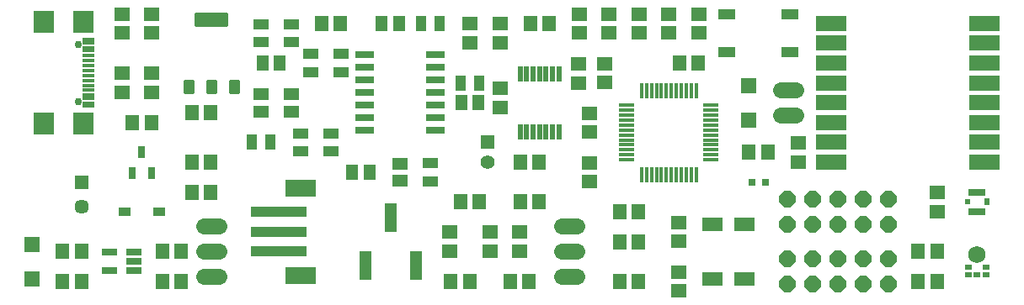
<source format=gbr>
G04 EAGLE Gerber RS-274X export*
G75*
%MOMM*%
%FSLAX34Y34*%
%LPD*%
%INSoldermask Top*%
%IPPOS*%
%AMOC8*
5,1,8,0,0,1.08239X$1,22.5*%
G01*
G04 Define Apertures*
%ADD10R,1.251600X0.401600*%
%ADD11C,0.751600*%
%ADD12R,2.101600X2.281600*%
%ADD13R,1.601600X1.401600*%
%ADD14R,1.501600X0.701600*%
%ADD15R,1.401600X1.601600*%
%ADD16C,0.237266*%
%ADD17C,0.296434*%
%ADD18R,1.251600X0.901600*%
%ADD19R,0.751600X1.201600*%
%ADD20R,1.601600X1.601600*%
%ADD21R,1.801600X1.101600*%
%ADD22R,2.001600X1.401600*%
%ADD23R,0.401600X1.576600*%
%ADD24R,1.576600X0.401600*%
%ADD25P,1.75953X8X22.5*%
%ADD26R,3.101600X1.501600*%
%ADD27R,0.601600X0.701600*%
%ADD28R,1.681600X0.681600*%
%ADD29R,0.601600X0.601600*%
%ADD30R,0.551600X1.576600*%
%ADD31R,1.291600X2.891600*%
%ADD32C,1.401600*%
%ADD33R,1.401600X1.401600*%
%ADD34R,0.701600X0.623600*%
%ADD35C,1.726600*%
%ADD36R,1.566900X1.266200*%
%ADD37R,1.266200X1.566900*%
%ADD38R,1.521800X1.132800*%
%ADD39R,1.132800X1.521800*%
%ADD40R,1.926600X0.801600*%
%ADD41R,5.601600X1.101600*%
%ADD42R,3.101600X1.701600*%
%ADD43C,1.625600*%
%ADD44R,0.751600X0.801600*%
%ADD45R,1.451600X1.451600*%
%ADD46C,1.451600*%
D10*
X76780Y263500D03*
X76780Y255500D03*
X76780Y242500D03*
X76780Y232500D03*
X76780Y227500D03*
X76780Y217500D03*
X76780Y204500D03*
X76780Y196500D03*
X76780Y199500D03*
X76780Y207500D03*
X76780Y212500D03*
X76780Y222500D03*
X76780Y237500D03*
X76780Y247500D03*
X76780Y252500D03*
X76780Y260500D03*
D11*
X66030Y258900D03*
X66030Y201100D03*
D12*
X31730Y281100D03*
X31730Y178900D03*
X71030Y281100D03*
X71030Y178900D03*
D13*
X110000Y229500D03*
X110000Y210500D03*
X110000Y270500D03*
X110000Y289500D03*
D14*
X122500Y30500D03*
X122500Y40000D03*
X122500Y49500D03*
X97500Y49500D03*
X97500Y30500D03*
D15*
X150500Y50000D03*
X169500Y50000D03*
D13*
X140000Y270500D03*
X140000Y289500D03*
D16*
X181072Y222422D02*
X181072Y210678D01*
X173128Y210678D01*
X173128Y222422D01*
X181072Y222422D01*
X181072Y212932D02*
X173128Y212932D01*
X173128Y215186D02*
X181072Y215186D01*
X181072Y217440D02*
X173128Y217440D01*
X173128Y219694D02*
X181072Y219694D01*
X181072Y221948D02*
X173128Y221948D01*
X203972Y222422D02*
X203972Y210678D01*
X196028Y210678D01*
X196028Y222422D01*
X203972Y222422D01*
X203972Y212932D02*
X196028Y212932D01*
X196028Y215186D02*
X203972Y215186D01*
X203972Y217440D02*
X196028Y217440D01*
X196028Y219694D02*
X203972Y219694D01*
X203972Y221948D02*
X196028Y221948D01*
X226872Y222422D02*
X226872Y210678D01*
X218928Y210678D01*
X218928Y222422D01*
X226872Y222422D01*
X226872Y212932D02*
X218928Y212932D01*
X218928Y215186D02*
X226872Y215186D01*
X226872Y217440D02*
X218928Y217440D01*
X218928Y219694D02*
X226872Y219694D01*
X226872Y221948D02*
X218928Y221948D01*
D17*
X215226Y277874D02*
X215226Y289026D01*
X215226Y277874D02*
X184774Y277874D01*
X184774Y289026D01*
X215226Y289026D01*
X215226Y280690D02*
X184774Y280690D01*
X184774Y283506D02*
X215226Y283506D01*
X215226Y286322D02*
X184774Y286322D01*
D15*
X199500Y110000D03*
X180500Y110000D03*
D18*
X147500Y90000D03*
X112500Y90000D03*
D19*
X120400Y129500D03*
X139600Y129500D03*
X130000Y150500D03*
D15*
X139500Y180000D03*
X120500Y180000D03*
D20*
X20000Y22500D03*
X20000Y57500D03*
D15*
X69500Y50000D03*
X50500Y50000D03*
X50500Y20000D03*
X69500Y20000D03*
D21*
X718500Y289000D03*
X781500Y289000D03*
X718500Y251000D03*
X781500Y251000D03*
D13*
X660000Y289500D03*
X660000Y270500D03*
D22*
X704000Y77500D03*
X704000Y22500D03*
X736000Y22500D03*
X736000Y77500D03*
D23*
X632500Y127620D03*
X637500Y127620D03*
X642500Y127620D03*
X647500Y127620D03*
X652500Y127620D03*
X657500Y127620D03*
X662500Y127620D03*
X667500Y127620D03*
X672500Y127620D03*
X677500Y127620D03*
X682500Y127620D03*
X687500Y127620D03*
D24*
X702380Y142500D03*
X702380Y147500D03*
X702380Y152500D03*
X702380Y157500D03*
X702380Y162500D03*
X702380Y167500D03*
X702380Y172500D03*
X702380Y177500D03*
X702380Y182500D03*
X702380Y187500D03*
X702380Y192500D03*
X702380Y197500D03*
D23*
X687500Y212380D03*
X682500Y212380D03*
X677500Y212380D03*
X672500Y212380D03*
X667500Y212380D03*
X662500Y212380D03*
X657500Y212380D03*
X652500Y212380D03*
X647500Y212380D03*
X642500Y212380D03*
X637500Y212380D03*
X632500Y212380D03*
D24*
X617620Y197500D03*
X617620Y192500D03*
X617620Y187500D03*
X617620Y182500D03*
X617620Y177500D03*
X617620Y172500D03*
X617620Y167500D03*
X617620Y162500D03*
X617620Y157500D03*
X617620Y152500D03*
X617620Y147500D03*
X617620Y142500D03*
D13*
X580000Y189500D03*
X580000Y170500D03*
X670000Y29500D03*
X670000Y10500D03*
X670000Y60500D03*
X670000Y79500D03*
X580000Y139500D03*
X580000Y120500D03*
X790000Y159500D03*
X790000Y140500D03*
D25*
X779200Y77300D03*
X779200Y102700D03*
X804600Y77300D03*
X804600Y102700D03*
X830000Y77300D03*
X830000Y102700D03*
X855400Y77300D03*
X855400Y102700D03*
X880800Y77300D03*
X880800Y102700D03*
D26*
X823000Y280000D03*
X823000Y260000D03*
X823000Y240000D03*
X823000Y220000D03*
X823000Y200000D03*
X823000Y180000D03*
X823000Y160000D03*
X823000Y140000D03*
X977000Y140000D03*
X977000Y160000D03*
X977000Y180000D03*
X977000Y200000D03*
X977000Y220000D03*
X977000Y240000D03*
X977000Y260000D03*
X977000Y280000D03*
D27*
X980000Y100000D03*
D28*
X970000Y109600D03*
D29*
X960000Y100000D03*
D28*
X970000Y90400D03*
D13*
X930000Y90500D03*
X930000Y109500D03*
D15*
X519500Y20000D03*
X500500Y20000D03*
D13*
X440000Y50500D03*
X440000Y69500D03*
D15*
X459500Y20000D03*
X440500Y20000D03*
D13*
X480000Y50500D03*
X480000Y69500D03*
X510000Y50500D03*
X510000Y69500D03*
D30*
X510500Y170620D03*
X517000Y170620D03*
X523500Y170620D03*
X530000Y170620D03*
X536500Y170620D03*
X543000Y170620D03*
X549500Y170620D03*
X549500Y229380D03*
X543000Y229380D03*
X536500Y229380D03*
X530000Y229380D03*
X523500Y229380D03*
X517000Y229380D03*
X510500Y229380D03*
D31*
X354600Y35850D03*
X380000Y84150D03*
X405400Y35850D03*
D15*
X469500Y100000D03*
X450500Y100000D03*
D32*
X477500Y140000D03*
D33*
X477500Y160000D03*
D15*
X520500Y280000D03*
X539500Y280000D03*
D13*
X490000Y279500D03*
X490000Y260500D03*
X570000Y289500D03*
X570000Y270500D03*
X595000Y239500D03*
X595000Y220500D03*
X460000Y260500D03*
X460000Y279500D03*
D15*
X529500Y100000D03*
X510500Y100000D03*
X529500Y140000D03*
X510500Y140000D03*
D13*
X630000Y289500D03*
X630000Y270500D03*
X600000Y289500D03*
X600000Y270500D03*
D34*
X979000Y26360D03*
X979000Y34580D03*
D35*
X970000Y47100D03*
D34*
X961000Y34580D03*
X961000Y26360D03*
X970000Y26360D03*
D15*
X929500Y20000D03*
X910500Y20000D03*
X929500Y50000D03*
X910500Y50000D03*
D36*
X280000Y191246D03*
X280000Y208754D03*
D37*
X268754Y240000D03*
X251246Y240000D03*
D36*
X250000Y208754D03*
X250000Y191246D03*
D37*
X371246Y280000D03*
X388754Y280000D03*
X451246Y200000D03*
X468754Y200000D03*
X358754Y130000D03*
X341246Y130000D03*
D36*
X390000Y138754D03*
X390000Y121246D03*
D38*
X280000Y279195D03*
X280000Y260805D03*
X250000Y279195D03*
X250000Y260805D03*
D39*
X429195Y280000D03*
X410805Y280000D03*
X469195Y220000D03*
X450805Y220000D03*
D38*
X320000Y169195D03*
X320000Y150805D03*
X420000Y139195D03*
X420000Y120805D03*
D39*
X240805Y160000D03*
X259195Y160000D03*
D38*
X330000Y230805D03*
X330000Y249195D03*
X300000Y230805D03*
X300000Y249195D03*
X290000Y169195D03*
X290000Y150805D03*
D40*
X354380Y248100D03*
X354380Y235400D03*
X354380Y222700D03*
X354380Y210000D03*
X354380Y197300D03*
X354380Y184600D03*
X354380Y171900D03*
X425620Y171900D03*
X425620Y184600D03*
X425620Y197300D03*
X425620Y210000D03*
X425620Y222700D03*
X425620Y235400D03*
X425620Y248100D03*
D41*
X267500Y90000D03*
X267500Y70000D03*
X267500Y50000D03*
D42*
X290000Y114000D03*
X290000Y26000D03*
D15*
X329500Y280000D03*
X310500Y280000D03*
D43*
X207620Y75400D02*
X192380Y75400D01*
X192380Y50000D02*
X207620Y50000D01*
X207620Y24600D02*
X192380Y24600D01*
D15*
X610500Y90000D03*
X629500Y90000D03*
X610500Y60000D03*
X629500Y60000D03*
D13*
X690000Y270500D03*
X690000Y289500D03*
D15*
X670500Y240000D03*
X689500Y240000D03*
D44*
X756750Y120000D03*
X743250Y120000D03*
D15*
X629500Y20000D03*
X610500Y20000D03*
D43*
X567620Y75400D02*
X552380Y75400D01*
X552380Y50000D02*
X567620Y50000D01*
X567620Y24600D02*
X552380Y24600D01*
D25*
X779200Y17300D03*
X779200Y42700D03*
X804600Y17300D03*
X804600Y42700D03*
X830000Y17300D03*
X830000Y42700D03*
X855400Y17300D03*
X855400Y42700D03*
X880800Y17300D03*
X880800Y42700D03*
D20*
X740000Y217500D03*
X740000Y182500D03*
D15*
X740500Y150000D03*
X759500Y150000D03*
D43*
X772380Y187300D02*
X787620Y187300D01*
X787620Y212700D02*
X772380Y212700D01*
D15*
X199500Y140000D03*
X180500Y140000D03*
X199500Y190000D03*
X180500Y190000D03*
D13*
X140000Y229500D03*
X140000Y210500D03*
D15*
X150500Y20000D03*
X169500Y20000D03*
D45*
X70000Y120000D03*
D46*
X70000Y95000D03*
D13*
X568899Y239101D03*
X568899Y220101D03*
X490000Y195500D03*
X490000Y214500D03*
M02*

</source>
